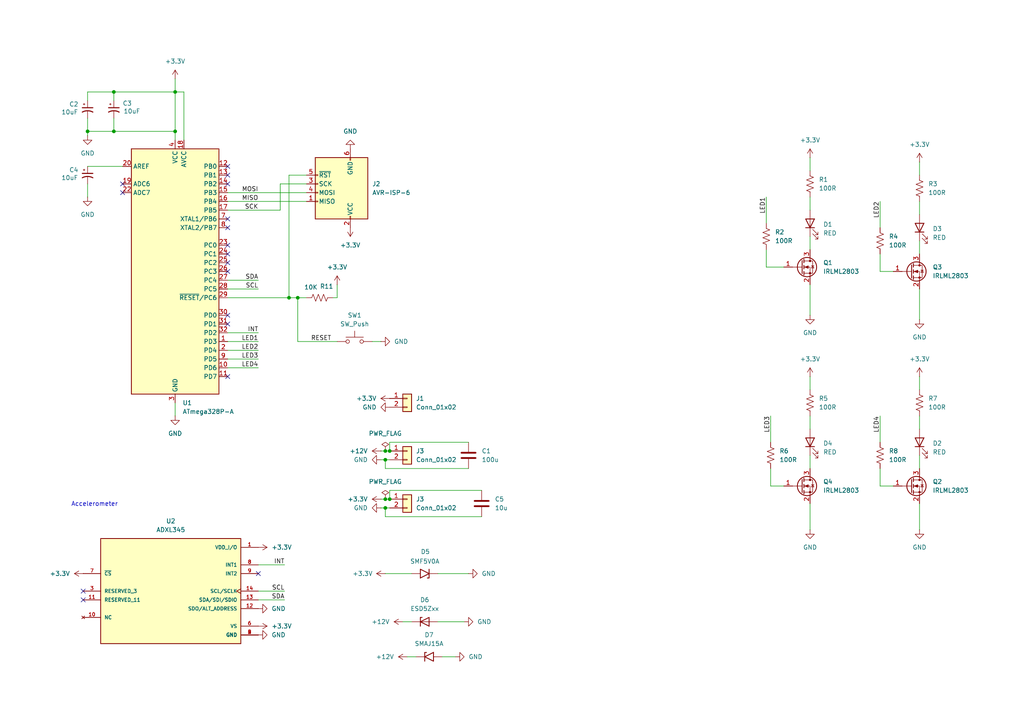
<source format=kicad_sch>
(kicad_sch (version 20250114) (generator "eeschema") (generator_version "9.0")
  (paper "A4")
  (lib_symbols
    (symbol "ADXL345:ADXL345" (pin_names (offset 1.016))
      (property "Reference" "U" (at -20.32 15.748 0))
      (property "Value" "ADXL345" (at -20.32 -17.78 0))
      (symbol "ADXL345_0_0"
        (rectangle (start -20.32 -15.24) (end 20.32 15.24) (stroke (width 0.254)) (fill (type background)))
        (pin input line (at -25.4 5.08 0) (length 5.08) (name "~{CS}") (number "7"))
        (pin passive line (at -25.4 0 0) (length 5.08) (name "RESERVED_3") (number "3"))
        (pin passive line (at -25.4 -2.54 0) (length 5.08) (name "RESERVED_11") (number "11"))
        (pin no_connect line (at -25.4 -7.62 0) (length 5.08) (name "NC") (number "10"))
        (pin power_in line (at 25.4 12.7 180) (length 5.08) (name "VDD_I/O") (number "1"))
        (pin output line (at 25.4 7.62 180) (length 5.08) (name "INT1") (number "8"))
        (pin output line (at 25.4 5.08 180) (length 5.08) (name "INT2") (number "9"))
        (pin bidirectional clock (at 25.4 0 180) (length 5.08) (name "SCL/SCLK") (number "14"))
        (pin bidirectional line (at 25.4 -2.54 180) (length 5.08) (name "SDA/SDI/SDIO") (number "13"))
        (pin output line (at 25.4 -5.08 180) (length 5.08) (name "SDO/ALT_ADDRESS") (number "12"))
        (pin power_in line (at 25.4 -10.16 180) (length 5.08) (name "VS") (number "6"))
        (pin power_in line (at 25.4 -12.7 180) (length 5.08) (name "GND") (number "2"))
        (pin power_in line (at 25.4 -12.7 180) (length 5.08) (name "GND") (number "4"))
        (pin power_in line (at 25.4 -12.7 180) (length 5.08) (name "GND") (number "5"))
      )
    )
    (symbol "Connector:AVR-ISP-6" (pin_names (offset 1.016))
      (property "Reference" "J" (at -6.35 11.43 0))
      (property "Value" "AVR-ISP-6" (at 0 11.43 0))
      (symbol "AVR-ISP-6_0_1"
        (rectangle (start -2.667 10.16) (end -2.413 9.398))
        (rectangle (start -2.667 -6.858) (end -2.413 -7.62))
        (rectangle (start 7.62 10.16) (end -7.62 -7.62) (stroke (width 0.254)) (fill (type background)))
        (rectangle (start 7.62 5.207) (end 6.858 4.953))
        (rectangle (start 7.62 2.667) (end 6.858 2.413))
        (rectangle (start 7.62 0.127) (end 6.858 -0.127))
        (rectangle (start 7.62 -2.413) (end 6.858 -2.667))
      )
      (symbol "AVR-ISP-6_1_1"
        (pin passive line (at -2.54 12.7 270) (length 2.54) (name "VCC") (number "2"))
        (pin passive line (at -2.54 -10.16 90) (length 2.54) (name "GND") (number "6"))
        (pin passive line (at 10.16 5.08 180) (length 2.54) (name "MISO") (number "1"))
        (pin passive line (at 10.16 2.54 180) (length 2.54) (name "MOSI") (number "4"))
        (pin passive line (at 10.16 0 180) (length 2.54) (name "SCK") (number "3"))
        (pin passive line (at 10.16 -2.54 180) (length 2.54) (name "~{RST}") (number "5"))
      )
    )
    (symbol "Connector_Generic:Conn_01x02" (pin_names (offset 1.016) (hide yes))
      (property "Reference" "J" (at 0 2.54 0))
      (property "Value" "Conn_01x02" (at 0 -5.08 0))
      (symbol "Conn_01x02_1_1"
        (rectangle (start -1.27 1.27) (end 1.27 -3.81) (stroke (width 0.254)) (fill (type background)))
        (rectangle (start -1.27 0.127) (end 0 -0.127) (stroke (width 0.1524)))
        (rectangle (start -1.27 -2.413) (end 0 -2.667) (stroke (width 0.1524)))
        (pin passive line (at -5.08 0 0) (length 3.81) (name "Pin_1") (number "1"))
        (pin passive line (at -5.08 -2.54 0) (length 3.81) (name "Pin_2") (number "2"))
      )
    )
    (symbol "Device:C" (pin_numbers (hide yes)) (pin_names (offset 0.254))
      (property "Reference" "C" (at 0.635 2.54 0))
      (property "Value" "C" (at 0.635 -2.54 0))
      (symbol "C_0_1"
        (polyline (pts (xy -2.032 0.762) (xy 2.032 0.762)) (stroke (width 0.508)))
        (polyline (pts (xy -2.032 -0.762) (xy 2.032 -0.762)) (stroke (width 0.508)))
      )
      (symbol "C_1_1"
        (pin passive line (at 0 3.81 270) (length 2.794) (name "~") (number "1"))
        (pin passive line (at 0 -3.81 90) (length 2.794) (name "~") (number "2"))
      )
    )
    (symbol "Device:C_Polarized_Small_US" (pin_numbers (hide yes)) (pin_names (offset 0.254) (hide yes))
      (property "Reference" "C" (at 0.254 1.778 0))
      (property "Value" "C_Polarized_Small_US" (at 0.254 -2.032 0))
      (symbol "C_Polarized_Small_US_0_1"
        (polyline (pts (xy -1.524 0.508) (xy 1.524 0.508)) (stroke (width 0.3048)))
        (polyline (pts (xy -1.27 1.524) (xy -0.762 1.524)))
        (polyline (pts (xy -1.016 1.27) (xy -1.016 1.778)))
        (arc (start -1.524 -0.762) (mid 0 -0.3734) (end 1.524 -0.762) (stroke (width 0.3048)))
      )
      (symbol "C_Polarized_Small_US_1_1"
        (pin passive line (at 0 2.54 270) (length 2.032) (name "~") (number "1"))
        (pin passive line (at 0 -2.54 90) (length 2.032) (name "~") (number "2"))
      )
    )
    (symbol "Device:LED" (pin_numbers (hide yes)) (pin_names (offset 1.016) (hide yes))
      (property "Reference" "D" (at 0 2.54 0))
      (property "Value" "LED" (at 0 -2.54 0))
      (symbol "LED_0_1"
        (polyline (pts (xy -3.048 -0.762) (xy -4.572 -2.286) (xy -3.81 -2.286) (xy -4.572 -2.286) (xy -4.572 -1.524)))
        (polyline (pts (xy -1.778 -0.762) (xy -3.302 -2.286) (xy -2.54 -2.286) (xy -3.302 -2.286) (xy -3.302 -1.524)))
        (polyline (pts (xy -1.27 0) (xy 1.27 0)))
        (polyline (pts (xy -1.27 -1.27) (xy -1.27 1.27)) (stroke (width 0.254)))
        (polyline (pts (xy 1.27 -1.27) (xy 1.27 1.27) (xy -1.27 0) (xy 1.27 -1.27)) (stroke (width 0.254)))
      )
      (symbol "LED_1_1"
        (pin passive line (at -3.81 0 0) (length 2.54) (name "K") (number "1"))
        (pin passive line (at 3.81 0 180) (length 2.54) (name "A") (number "2"))
      )
    )
    (symbol "Device:R_US" (pin_numbers (hide yes)) (pin_names (offset 0))
      (property "Reference" "R" (at 2.54 0 90))
      (property "Value" "R_US" (at -2.54 0 90))
      (symbol "R_US_0_1"
        (polyline (pts (xy 0 2.286) (xy 0 2.54)))
        (polyline (pts (xy 0 2.286) (xy 1.016 1.905) (xy 0 1.524) (xy -1.016 1.143) (xy 0 0.762)))
        (polyline (pts (xy 0 0.762) (xy 1.016 0.381) (xy 0 0) (xy -1.016 -0.381) (xy 0 -0.762)))
        (polyline (pts (xy 0 -0.762) (xy 1.016 -1.143) (xy 0 -1.524) (xy -1.016 -1.905) (xy 0 -2.286)))
        (polyline (pts (xy 0 -2.286) (xy 0 -2.54)))
      )
      (symbol "R_US_1_1"
        (pin passive line (at 0 3.81 270) (length 1.27) (name "~") (number "1"))
        (pin passive line (at 0 -3.81 90) (length 1.27) (name "~") (number "2"))
      )
    )
    (symbol "Diode:ESD5Zxx" (pin_numbers (hide yes)) (pin_names (hide yes))
      (property "Reference" "D" (at 0 2.54 0))
      (property "Value" "ESD5Zxx" (at 0 -2.54 0))
      (symbol "ESD5Zxx_0_1"
        (polyline (pts (xy -1.27 -1.27) (xy -1.27 1.27) (xy -0.762 1.27)) (stroke (width 0.254)))
        (polyline (pts (xy 1.27 0) (xy -1.27 0)))
        (polyline (pts (xy 1.27 -1.27) (xy 1.27 1.27) (xy -1.27 0) (xy 1.27 -1.27)) (stroke (width 0.254)))
      )
      (symbol "ESD5Zxx_1_1"
        (pin passive line (at -3.81 0 0) (length 2.54) (name "K") (number "1"))
        (pin passive line (at 3.81 0 180) (length 2.54) (name "A") (number "2"))
      )
    )
    (symbol "Diode:SMAJ15A" (pin_numbers (hide yes)) (pin_names (offset 1.016) (hide yes))
      (property "Reference" "D" (at 0 2.54 0))
      (property "Value" "SMAJ15A" (at 0 -2.54 0))
      (symbol "SMAJ15A_0_1"
        (polyline (pts (xy -0.762 1.27) (xy -1.27 1.27) (xy -1.27 -1.27)) (stroke (width 0.254)))
        (polyline (pts (xy 1.27 1.27) (xy 1.27 -1.27) (xy -1.27 0) (xy 1.27 1.27)) (stroke (width 0.254)))
      )
      (symbol "SMAJ15A_1_1"
        (pin passive line (at -3.81 0 0) (length 2.54) (name "A1") (number "1"))
        (pin passive line (at 3.81 0 180) (length 2.54) (name "A2") (number "2"))
      )
    )
    (symbol "Diode:SMF5V0A" (pin_numbers (hide yes)) (pin_names (offset 1.016) (hide yes))
      (property "Reference" "D" (at 0 2.54 0))
      (property "Value" "SMF5V0A" (at 0 -2.54 0))
      (symbol "SMF5V0A_0_1"
        (polyline (pts (xy -0.762 1.27) (xy -1.27 1.27) (xy -1.27 -1.27)) (stroke (width 0.254)))
        (polyline (pts (xy 1.27 1.27) (xy 1.27 -1.27) (xy -1.27 0) (xy 1.27 1.27)) (stroke (width 0.254)))
      )
      (symbol "SMF5V0A_1_1"
        (pin passive line (at -3.81 0 0) (length 2.54) (name "A1") (number "1"))
        (pin passive line (at 3.81 0 180) (length 2.54) (name "A2") (number "2"))
      )
    )
    (symbol "MCU_Microchip_ATmega:ATmega328P-A"
      (property "Reference" "U" (at -12.7 36.83 0))
      (property "Value" "ATmega328P-A" (at 2.54 -36.83 0))
      (symbol "ATmega328P-A_0_1"
        (rectangle (start -12.7 -35.56) (end 12.7 35.56) (stroke (width 0.254)) (fill (type background)))
      )
      (symbol "ATmega328P-A_1_1"
        (pin passive line (at -15.24 30.48 0) (length 2.54) (name "AREF") (number "20"))
        (pin input line (at -15.24 25.4 0) (length 2.54) (name "ADC6") (number "19"))
        (pin input line (at -15.24 22.86 0) (length 2.54) (name "ADC7") (number "22"))
        (pin power_in line (at 0 38.1 270) (length 2.54) (name "VCC") (number "4"))
        (pin passive line (at 0 38.1 270) (length 2.54) (hide yes) (name "VCC") (number "6"))
        (pin passive line (at 0 -38.1 90) (length 2.54) (hide yes) (name "GND") (number "21"))
        (pin power_in line (at 0 -38.1 90) (length 2.54) (name "GND") (number "3"))
        (pin passive line (at 0 -38.1 90) (length 2.54) (hide yes) (name "GND") (number "5"))
        (pin power_in line (at 2.54 38.1 270) (length 2.54) (name "AVCC") (number "18"))
        (pin bidirectional line (at 15.24 30.48 180) (length 2.54) (name "PB0") (number "12"))
        (pin bidirectional line (at 15.24 27.94 180) (length 2.54) (name "PB1") (number "13"))
        (pin bidirectional line (at 15.24 25.4 180) (length 2.54) (name "PB2") (number "14"))
        (pin bidirectional line (at 15.24 22.86 180) (length 2.54) (name "PB3") (number "15"))
        (pin bidirectional line (at 15.24 20.32 180) (length 2.54) (name "PB4") (number "16"))
        (pin bidirectional line (at 15.24 17.78 180) (length 2.54) (name "PB5") (number "17"))
        (pin bidirectional line (at 15.24 15.24 180) (length 2.54) (name "XTAL1/PB6") (number "7"))
        (pin bidirectional line (at 15.24 12.7 180) (length 2.54) (name "XTAL2/PB7") (number "8"))
        (pin bidirectional line (at 15.24 7.62 180) (length 2.54) (name "PC0") (number "23"))
        (pin bidirectional line (at 15.24 5.08 180) (length 2.54) (name "PC1") (number "24"))
        (pin bidirectional line (at 15.24 2.54 180) (length 2.54) (name "PC2") (number "25"))
        (pin bidirectional line (at 15.24 0 180) (length 2.54) (name "PC3") (number "26"))
        (pin bidirectional line (at 15.24 -2.54 180) (length 2.54) (name "PC4") (number "27"))
        (pin bidirectional line (at 15.24 -5.08 180) (length 2.54) (name "PC5") (number "28"))
        (pin bidirectional line (at 15.24 -7.62 180) (length 2.54) (name "~{RESET}/PC6") (number "29"))
        (pin bidirectional line (at 15.24 -12.7 180) (length 2.54) (name "PD0") (number "30"))
        (pin bidirectional line (at 15.24 -15.24 180) (length 2.54) (name "PD1") (number "31"))
        (pin bidirectional line (at 15.24 -17.78 180) (length 2.54) (name "PD2") (number "32"))
        (pin bidirectional line (at 15.24 -20.32 180) (length 2.54) (name "PD3") (number "1"))
        (pin bidirectional line (at 15.24 -22.86 180) (length 2.54) (name "PD4") (number "2"))
        (pin bidirectional line (at 15.24 -25.4 180) (length 2.54) (name "PD5") (number "9"))
        (pin bidirectional line (at 15.24 -27.94 180) (length 2.54) (name "PD6") (number "10"))
        (pin bidirectional line (at 15.24 -30.48 180) (length 2.54) (name "PD7") (number "11"))
      )
    )
    (symbol "Switch:SW_Push" (pin_numbers (hide yes)) (pin_names (offset 1.016) (hide yes))
      (property "Reference" "SW" (at 1.27 2.54 0))
      (property "Value" "SW_Push" (at 0 -1.524 0))
      (symbol "SW_Push_0_1"
        (circle (center -2.032 0) (radius 0.508))
        (polyline (pts (xy 0 1.27) (xy 0 3.048)))
        (circle (center 2.032 0) (radius 0.508))
        (polyline (pts (xy 2.54 1.27) (xy -2.54 1.27)))
        (pin passive line (at -5.08 0 0) (length 2.54) (name "1") (number "1"))
        (pin passive line (at 5.08 0 180) (length 2.54) (name "2") (number "2"))
      )
    )
    (symbol "Transistor_FET:IRLML2060" (pin_names (offset 0) (hide yes))
      (property "Reference" "Q" (at 5.08 1.905 0))
      (property "Value" "IRLML2060" (at 5.08 0 0))
      (symbol "IRLML2060_0_1"
        (polyline (pts (xy 0.254 1.905) (xy 0.254 -1.905)) (stroke (width 0.254)))
        (polyline (pts (xy 0.254 0) (xy -2.54 0)))
        (polyline (pts (xy 0.762 2.286) (xy 0.762 1.27)) (stroke (width 0.254)))
        (polyline (pts (xy 0.762 0.508) (xy 0.762 -0.508)) (stroke (width 0.254)))
        (polyline (pts (xy 0.762 -1.27) (xy 0.762 -2.286)) (stroke (width 0.254)))
        (polyline (pts (xy 0.762 -1.778) (xy 3.302 -1.778) (xy 3.302 1.778) (xy 0.762 1.778)))
        (polyline (pts (xy 1.016 0) (xy 2.032 0.381) (xy 2.032 -0.381) (xy 1.016 0)) (fill (type outline)))
        (circle (center 1.651 0) (radius 2.794) (stroke (width 0.254)))
        (polyline (pts (xy 2.54 2.54) (xy 2.54 1.778)))
        (circle (center 2.54 1.778) (radius 0.254) (fill (type outline)))
        (circle (center 2.54 -1.778) (radius 0.254) (fill (type outline)))
        (polyline (pts (xy 2.54 -2.54) (xy 2.54 0) (xy 0.762 0)))
        (polyline (pts (xy 2.921 0.381) (xy 3.683 0.381)))
        (polyline (pts (xy 3.302 0.381) (xy 2.921 -0.254) (xy 3.683 -0.254) (xy 3.302 0.381)))
      )
      (symbol "IRLML2060_1_1"
        (pin input line (at -5.08 0 0) (length 2.54) (name "G") (number "1"))
        (pin passive line (at 2.54 5.08 270) (length 2.54) (name "D") (number "3"))
        (pin passive line (at 2.54 -5.08 90) (length 2.54) (name "S") (number "2"))
      )
    )
    (symbol "power:+12V" (power) (pin_numbers (hide yes)) (pin_names (offset 0) (hide yes))
      (property "Value" "+12V" (at 0 3.556 0))
      (symbol "+12V_0_1"
        (polyline (pts (xy -0.762 1.27) (xy 0 2.54)))
        (polyline (pts (xy 0 2.54) (xy 0.762 1.27)))
        (polyline (pts (xy 0 0) (xy 0 2.54)))
      )
      (symbol "+12V_1_1"
        (pin power_in line (at 0 0 90) (length 0) (name "~") (number "1"))
      )
    )
    (symbol "power:+3.3V" (power) (pin_numbers (hide yes)) (pin_names (offset 0) (hide yes))
      (property "Value" "+3.3V" (at 0 3.556 0))
      (symbol "+3.3V_0_1"
        (polyline (pts (xy -0.762 1.27) (xy 0 2.54)))
        (polyline (pts (xy 0 2.54) (xy 0.762 1.27)))
        (polyline (pts (xy 0 0) (xy 0 2.54)))
      )
      (symbol "+3.3V_1_1"
        (pin power_in line (at 0 0 90) (length 0) (name "~") (number "1"))
      )
    )
    (symbol "power:GND" (power) (pin_numbers (hide yes)) (pin_names (offset 0) (hide yes))
      (property "Value" "GND" (at 0 -3.81 0))
      (symbol "GND_0_1"
        (polyline (pts (xy 0 0) (xy 0 -1.27) (xy 1.27 -1.27) (xy 0 -2.54) (xy -1.27 -1.27) (xy 0 -1.27)))
      )
      (symbol "GND_1_1"
        (pin power_in line (at 0 0 270) (length 0) (name "~") (number "1"))
      )
    )
    (symbol "power:PWR_FLAG" (power) (pin_numbers (hide yes)) (pin_names (offset 0) (hide yes))
      (property "Value" "PWR_FLAG" (at 0 3.81 0))
      (symbol "PWR_FLAG_0_0"
        (pin power_out line (at 0 0 90) (length 0) (name "~") (number "1"))
      )
      (symbol "PWR_FLAG_0_1"
        (polyline (pts (xy 0 0) (xy 0 1.27) (xy -1.016 1.905) (xy 0 2.54) (xy 1.016 1.905) (xy 0 1.27)))
      )
    )
  )
  (text "Accelerometer" (at 27.432 146.304 0) (effects (font (size 1.27 1.27))))
  (junction (at 33.02 38.1))
  (junction (at 111.76 130.81))
  (junction (at 33.02 26.67))
  (junction (at 25.4 38.1))
  (junction (at 86.36 86.36))
  (junction (at 111.76 144.78))
  (junction (at 113.03 130.81))
  (junction (at 50.8 26.67))
  (junction (at 113.03 144.78))
  (junction (at 111.76 147.32))
  (junction (at 83.82 86.36))
  (junction (at 111.76 133.35))
  (junction (at 50.8 38.1))
  (no_connect (at 66.04 50.8))
  (no_connect (at 35.56 53.34))
  (no_connect (at 66.04 93.98))
  (no_connect (at 35.56 55.88))
  (no_connect (at 24.13 171.45))
  (no_connect (at 24.13 173.99))
  (no_connect (at 66.04 91.44))
  (no_connect (at 66.04 109.22))
  (no_connect (at 66.04 63.5))
  (no_connect (at 66.04 76.2))
  (no_connect (at 66.04 48.26))
  (no_connect (at 66.04 53.34))
  (no_connect (at 74.93 166.37))
  (no_connect (at 66.04 71.12))
  (no_connect (at 66.04 73.66))
  (no_connect (at 66.04 78.74))
  (no_connect (at 66.04 66.04))
  (wire (pts (xy 111.76 147.32) (xy 111.76 149.86)))
  (wire (pts (xy 110.49 130.81) (xy 111.76 130.81)))
  (wire (pts (xy 113.03 130.81) (xy 113.03 128.27)))
  (wire (pts (xy 222.25 72.39) (xy 222.25 77.47)))
  (wire (pts (xy 223.52 140.97) (xy 227.33 140.97)))
  (wire (pts (xy 234.95 82.55) (xy 234.95 91.44)))
  (wire (pts (xy 111.76 144.78) (xy 113.03 144.78)))
  (wire (pts (xy 110.49 144.78) (xy 111.76 144.78)))
  (wire (pts (xy 113.03 144.78) (xy 113.03 142.24)))
  (wire (pts (xy 50.8 26.67) (xy 53.34 26.67)))
  (wire (pts (xy 111.76 166.37) (xy 119.38 166.37)))
  (wire (pts (xy 234.95 132.08) (xy 234.95 135.89)))
  (wire (pts (xy 255.27 140.97) (xy 259.08 140.97)))
  (wire (pts (xy 25.4 48.26) (xy 35.56 48.26)))
  (wire (pts (xy 111.76 135.89) (xy 111.76 133.35)))
  (wire (pts (xy 81.28 53.34) (xy 88.9 53.34)))
  (wire (pts (xy 234.95 109.22) (xy 234.95 113.03)))
  (wire (pts (xy 25.4 39.37) (xy 25.4 38.1)))
  (wire (pts (xy 66.04 81.28) (xy 74.93 81.28)))
  (wire (pts (xy 53.34 26.67) (xy 53.34 40.64)))
  (wire (pts (xy 135.89 135.89) (xy 111.76 135.89)))
  (wire (pts (xy 83.82 86.36) (xy 86.36 86.36)))
  (wire (pts (xy 74.93 173.99) (xy 82.55 173.99)))
  (wire (pts (xy 127 166.37) (xy 135.89 166.37)))
  (wire (pts (xy 66.04 55.88) (xy 88.9 55.88)))
  (wire (pts (xy 66.04 60.96) (xy 81.28 60.96)))
  (wire (pts (xy 266.7 69.85) (xy 266.7 73.66)))
  (wire (pts (xy 255.27 78.74) (xy 259.08 78.74)))
  (wire (pts (xy 50.8 116.84) (xy 50.8 120.65)))
  (wire (pts (xy 83.82 50.8) (xy 83.82 86.36)))
  (wire (pts (xy 113.03 142.24) (xy 139.7 142.24)))
  (wire (pts (xy 234.95 45.72) (xy 234.95 49.53)))
  (wire (pts (xy 266.7 109.22) (xy 266.7 113.03)))
  (wire (pts (xy 50.8 26.67) (xy 50.8 38.1)))
  (wire (pts (xy 128.27 190.5) (xy 132.08 190.5)))
  (wire (pts (xy 111.76 130.81) (xy 113.03 130.81)))
  (wire (pts (xy 110.49 133.35) (xy 111.76 133.35)))
  (wire (pts (xy 74.93 171.45) (xy 82.55 171.45)))
  (wire (pts (xy 33.02 26.67) (xy 25.4 26.67)))
  (wire (pts (xy 234.95 120.65) (xy 234.95 124.46)))
  (wire (pts (xy 255.27 58.42) (xy 255.27 66.04)))
  (wire (pts (xy 266.7 132.08) (xy 266.7 135.89)))
  (wire (pts (xy 107.95 99.06) (xy 110.49 99.06)))
  (wire (pts (xy 118.11 190.5) (xy 120.65 190.5)))
  (wire (pts (xy 33.02 26.67) (xy 50.8 26.67)))
  (wire (pts (xy 111.76 149.86) (xy 139.7 149.86)))
  (wire (pts (xy 255.27 135.89) (xy 255.27 140.97)))
  (wire (pts (xy 266.7 46.99) (xy 266.7 50.8)))
  (wire (pts (xy 66.04 83.82) (xy 74.93 83.82)))
  (wire (pts (xy 66.04 106.68) (xy 74.93 106.68)))
  (wire (pts (xy 74.93 163.83) (xy 82.55 163.83)))
  (wire (pts (xy 111.76 147.32) (xy 113.03 147.32)))
  (wire (pts (xy 222.25 57.15) (xy 222.25 64.77)))
  (wire (pts (xy 255.27 120.65) (xy 255.27 128.27)))
  (wire (pts (xy 222.25 77.47) (xy 227.33 77.47)))
  (wire (pts (xy 266.7 83.82) (xy 266.7 92.71)))
  (wire (pts (xy 113.03 128.27) (xy 135.89 128.27)))
  (wire (pts (xy 66.04 101.6) (xy 74.93 101.6)))
  (wire (pts (xy 66.04 86.36) (xy 83.82 86.36)))
  (wire (pts (xy 50.8 38.1) (xy 50.8 40.64)))
  (wire (pts (xy 97.79 82.55) (xy 97.79 86.36)))
  (wire (pts (xy 88.9 50.8) (xy 83.82 50.8)))
  (wire (pts (xy 33.02 38.1) (xy 50.8 38.1)))
  (wire (pts (xy 97.79 86.36) (xy 96.52 86.36)))
  (wire (pts (xy 66.04 58.42) (xy 88.9 58.42)))
  (wire (pts (xy 33.02 26.67) (xy 33.02 29.21)))
  (wire (pts (xy 86.36 99.06) (xy 97.79 99.06)))
  (wire (pts (xy 234.95 68.58) (xy 234.95 72.39)))
  (wire (pts (xy 66.04 99.06) (xy 74.93 99.06)))
  (wire (pts (xy 266.7 120.65) (xy 266.7 124.46)))
  (wire (pts (xy 111.76 133.35) (xy 113.03 133.35)))
  (wire (pts (xy 25.4 34.29) (xy 25.4 38.1)))
  (wire (pts (xy 266.7 58.42) (xy 266.7 62.23)))
  (wire (pts (xy 66.04 96.52) (xy 74.93 96.52)))
  (wire (pts (xy 50.8 22.86) (xy 50.8 26.67)))
  (wire (pts (xy 255.27 78.74) (xy 255.27 73.66)))
  (wire (pts (xy 81.28 53.34) (xy 81.28 60.96)))
  (wire (pts (xy 223.52 120.65) (xy 223.52 128.27)))
  (wire (pts (xy 234.95 146.05) (xy 234.95 153.67)))
  (wire (pts (xy 223.52 135.89) (xy 223.52 140.97)))
  (wire (pts (xy 86.36 86.36) (xy 88.9 86.36)))
  (wire (pts (xy 25.4 26.67) (xy 25.4 29.21)))
  (wire (pts (xy 25.4 53.34) (xy 25.4 57.15)))
  (wire (pts (xy 116.84 180.34) (xy 119.38 180.34)))
  (wire (pts (xy 66.04 104.14) (xy 74.93 104.14)))
  (wire (pts (xy 266.7 146.05) (xy 266.7 153.67)))
  (wire (pts (xy 86.36 86.36) (xy 86.36 99.06)))
  (wire (pts (xy 234.95 57.15) (xy 234.95 60.96)))
  (wire (pts (xy 127 180.34) (xy 134.62 180.34)))
  (wire (pts (xy 33.02 34.29) (xy 33.02 38.1)))
  (wire (pts (xy 25.4 38.1) (xy 33.02 38.1)))
  (wire (pts (xy 110.49 147.32) (xy 111.76 147.32)))
  (label "RESET" (at 90.17 99.06 0))
  (label "SCK" (at 74.93 60.96 180))
  (label "SDA" (at 74.93 81.28 180))
  (label "LED4" (at 74.93 106.68 180))
  (label "INT" (at 74.93 96.52 180))
  (label "MISO" (at 74.93 58.42 180))
  (label "LED2" (at 255.27 58.42 270))
  (label "LED1" (at 74.93 99.06 180))
  (label "LED2" (at 74.93 101.6 180))
  (label "LED4" (at 255.27 120.65 270))
  (label "LED3" (at 74.93 104.14 180))
  (label "LED1" (at 222.25 57.15 270))
  (label "SCL" (at 74.93 83.82 180))
  (label "LED3" (at 223.52 120.65 270))
  (label "INT" (at 82.55 163.83 180))
  (label "SDA" (at 82.55 173.99 180))
  (label "SCL" (at 82.55 171.45 180))
  (label "MOSI" (at 74.93 55.88 180))
  (symbol (lib_id "Diode:SMAJ15A") (at 124.46 190.5 0) (unit 1)
    (property "Reference" "D7" (at 124.46 184.15 0))
    (property "Value" "SMAJ15A" (at 124.46 186.69 0))
    (property "Footprint" "Diode_SMD:D_SMA" (effects (hide yes)))
    (property "Datasheet" "https://www.littelfuse.com/media?resourcetype=datasheets&itemid=75e32973-b177-4ee3-a0ff-cedaf1abdb93&filename=smaj-datasheet" (effects (hide yes)))
    (property "Description" "400W unidirectional Transient Voltage Suppressor, 15.0Vr, SMA(DO-214AC)" (effects (hide yes)))
  )
  (symbol (lib_id "power:+3.3V") (at 113.03 115.57 90) (unit 1)
    (property "Reference" "#PWR01" (effects (hide yes)))
    (property "Value" "+3.3V" (at 109.22 115.5699 90) (effects (justify left)))
    (property "Description" "Power symbol creates a global label with name \"+3.3V\"" (effects (hide yes)))
  )
  (symbol (lib_id "power:GND") (at 266.7 153.67 0) (unit 1)
    (property "Reference" "#PWR018" (effects (hide yes)))
    (property "Value" "GND" (at 266.7 158.75 0))
    (property "Description" "Power symbol creates a global label with name \"GND\" , ground" (effects (hide yes)))
  )
  (symbol (lib_id "power:GND") (at 110.49 133.35 270) (unit 1)
    (property "Reference" "#PWR029" (effects (hide yes)))
    (property "Value" "GND" (at 106.68 133.3499 90) (effects (justify right)))
    (property "Description" "Power symbol creates a global label with name \"GND\" , ground" (effects (hide yes)))
  )
  (symbol (lib_id "power:PWR_FLAG") (at 111.76 144.78 0) (unit 1)
    (property "Reference" "#FLG02" (effects (hide yes)))
    (property "Value" "PWR_FLAG" (at 111.76 139.7 0))
    (property "Description" "Special symbol for telling ERC where power comes from" (effects (hide yes)))
  )
  (symbol (lib_id "Device:R_US") (at 92.71 86.36 90) (unit 1)
    (property "Reference" "R11" (at 94.742 83.058 90))
    (property "Value" "10K" (at 90.17 83.312 90))
    (property "Description" "Resistor, US symbol" (effects (hide yes)))
  )
  (symbol (lib_id "Device:C") (at 135.89 132.08 0) (unit 1)
    (property "Reference" "C1" (at 139.7 130.8099 0) (effects (justify left)))
    (property "Value" "100u" (at 139.7 133.3499 0) (effects (justify left)))
    (property "Description" "Unpolarized capacitor" (effects (hide yes)))
  )
  (symbol (lib_id "power:GND") (at 110.49 99.06 90) (unit 1)
    (property "Reference" "#PWR022" (effects (hide yes)))
    (property "Value" "GND" (at 114.3 99.0599 90) (effects (justify right)))
    (property "Description" "Power symbol creates a global label with name \"GND\" , ground" (effects (hide yes)))
  )
  (symbol (lib_id "Diode:ESD5Zxx") (at 123.19 180.34 0) (unit 1)
    (property "Reference" "D6" (at 123.19 173.99 0))
    (property "Value" "ESD5Zxx" (at 123.19 176.53 0))
    (property "Footprint" "Diode_SMD:D_SOD-523" (effects (hide yes)))
    (property "Datasheet" "https://www.onsemi.com/pdf/datasheet/esd5z2.5t1-d.pdf" (effects (hide yes)))
    (property "Description" "ESD Protection Diode, SOD-523" (effects (hide yes)))
  )
  (symbol (lib_id "power:GND") (at 101.6 43.18 180) (unit 1)
    (property "Reference" "#PWR015" (effects (hide yes)))
    (property "Value" "GND" (at 101.6 38.1 0))
    (property "Description" "Power symbol creates a global label with name \"GND\" , ground" (effects (hide yes)))
  )
  (symbol (lib_id "power:+3.3V") (at 234.95 45.72 0) (unit 1)
    (property "Reference" "#PWR06" (effects (hide yes)))
    (property "Value" "+3.3V" (at 234.95 40.64 0))
    (property "Description" "Power symbol creates a global label with name \"+3.3V\"" (effects (hide yes)))
  )
  (symbol (lib_id "power:GND") (at 135.89 166.37 90) (unit 1)
    (property "Reference" "#PWR024" (effects (hide yes)))
    (property "Value" "GND" (at 141.732 166.37 90))
    (property "Description" "Power symbol creates a global label with name \"GND\" , ground" (effects (hide yes)))
  )
  (symbol (lib_id "Device:R_US") (at 223.52 132.08 0) (unit 1)
    (property "Reference" "R6" (at 226.06 130.8099 0) (effects (justify left)))
    (property "Value" "100R" (at 226.06 133.3499 0) (effects (justify left)))
    (property "Description" "Resistor, US symbol" (effects (hide yes)))
  )
  (symbol (lib_id "Device:C") (at 139.7 146.05 0) (unit 1)
    (property "Reference" "C5" (at 143.51 144.7799 0) (effects (justify left)))
    (property "Value" "10u" (at 143.51 147.3199 0) (effects (justify left)))
    (property "Description" "Unpolarized capacitor" (effects (hide yes)))
  )
  (symbol (lib_id "power:GND") (at 50.8 120.65 0) (unit 1)
    (property "Reference" "#PWR02" (effects (hide yes)))
    (property "Value" "GND" (at 50.8 125.73 0))
    (property "Description" "Power symbol creates a global label with name \"GND\" , ground" (effects (hide yes)))
  )
  (symbol (lib_id "ADXL345:ADXL345") (at 49.53 171.45 0) (unit 1)
    (property "Reference" "U2" (at 49.53 151.13 0))
    (property "Value" "ADXL345" (at 49.53 153.67 0))
    (property "Footprint" "Package_CSP:Analog_LFCSP-8-1EP_3x3mm_P0.5mm_EP1.53x1.85mm" (effects (hide yes)))
    (property "MF" "Analog Devices, Inc." (effects (hide yes)))
    (property "SNAPEDA_PACKAGE_ID" "105924" (effects (hide yes)))
    (property "MAXIMUM_PACKAGE_HEIGHT" "1 mm" (effects (hide yes)))
    (property "Price" "None" (effects (hide yes)))
    (property "Package" "LGA -14 Analog Devices" (effects (hide yes)))
    (property "Check_prices" "https://www.snapeda.com/parts/ADXL345/Analog+Devices/view-part/?ref=eda" (effects (hide yes)))
    (property "STANDARD" "IPC 7351B" (effects (hide yes)))
    (property "PARTREV" "B" (effects (hide yes)))
    (property "SnapEDA_Link" "https://www.snapeda.com/parts/ADXL345/Analog+Devices/view-part/?ref=snap" (effects (hide yes)))
    (property "MP" "ADXL345" (effects (hide yes)))
    (property "Description_1" "Accelerometer X, Y, Z Axis ±2g, 4g, 8g, 16g 0.05Hz ~ 1.6kHz 14-LGA (3x5)" (effects (hide yes)))
    (property "MANUFACTURER" "Analog Devices" (effects (hide yes)))
    (property "Availability" "In Stock" (effects (hide yes)))
    (property "SNAPEDA_PN" "ADXL345" (effects (hide yes)))
  )
  (symbol (lib_id "Transistor_FET:IRLML2060") (at 264.16 140.97 0) (unit 1)
    (property "Reference" "Q2" (at 270.51 139.6999 0) (effects (justify left)))
    (property "Value" "IRLML2803" (at 270.51 142.2399 0) (effects (justify left)))
    (property "Footprint" "Package_TO_SOT_SMD:SOT-23" (effects (hide yes)))
    (property "Datasheet" "https://www.infineon.com/dgdl/irlml2060pbf.pdf?fileId=5546d462533600a401535664b7fb25ee" (effects (hide yes)))
    (property "Description" "1.2A Id, 60V Vds, 480mOhm Rds, N-Channel HEXFET Power MOSFET, SOT-23" (effects (hide yes)))
  )
  (symbol (lib_id "Device:C_Polarized_Small_US") (at 25.4 50.8 0) (unit 1)
    (property "Reference" "C4" (at 20.066 49.276 0) (effects (justify left)))
    (property "Value" "10uF" (at 17.78 51.562 0) (effects (justify left)))
    (property "Description" "Polarized capacitor, small US symbol" (effects (hide yes)))
  )
  (symbol (lib_id "Connector_Generic:Conn_01x02") (at 118.11 115.57 0) (unit 1)
    (property "Reference" "J1" (at 120.65 115.5699 0) (effects (justify left)))
    (property "Value" "Conn_01x02" (at 120.65 118.1099 0) (effects (justify left)))
    (property "Description" "Generic connector, single row, 01x02, script generated (kicad-library-utils/schlib/autogen/connector/)" (effects (hide yes)))
  )
  (symbol (lib_id "Device:R_US") (at 255.27 69.85 0) (unit 1)
    (property "Reference" "R4" (at 257.81 68.5799 0) (effects (justify left)))
    (property "Value" "100R" (at 257.81 71.1199 0) (effects (justify left)))
    (property "Description" "Resistor, US symbol" (effects (hide yes)))
  )
  (symbol (lib_id "Connector:AVR-ISP-6") (at 99.06 53.34 180) (unit 1)
    (property "Reference" "J2" (at 107.95 53.3399 0) (effects (justify right)))
    (property "Value" "AVR-ISP-6" (at 107.95 55.8799 0) (effects (justify right)))
    (property "Description" "Atmel 6-pin ISP connector" (effects (hide yes)))
  )
  (symbol (lib_id "power:PWR_FLAG") (at 111.76 130.81 0) (unit 1)
    (property "Reference" "#FLG01" (effects (hide yes)))
    (property "Value" "PWR_FLAG" (at 111.76 125.73 0))
    (property "Description" "Special symbol for telling ERC where power comes from" (effects (hide yes)))
  )
  (symbol (lib_id "power:+12V") (at 118.11 190.5 90) (unit 1)
    (property "Reference" "#PWR033" (effects (hide yes)))
    (property "Value" "+12V" (at 114.3 190.4999 90) (effects (justify left)))
    (property "Description" "Power symbol creates a global label with name \"+12V\"" (effects (hide yes)))
  )
  (symbol (lib_id "power:GND") (at 25.4 39.37 0) (unit 1)
    (property "Reference" "#PWR010" (effects (hide yes)))
    (property "Value" "GND" (at 25.4 44.45 0))
    (property "Description" "Power symbol creates a global label with name \"GND\" , ground" (effects (hide yes)))
  )
  (symbol (lib_id "Device:LED") (at 234.95 64.77 90) (unit 1)
    (property "Reference" "D1" (at 238.76 65.0874 90) (effects (justify right)))
    (property "Value" "RED" (at 238.76 67.6274 90) (effects (justify right)))
    (property "Description" "Light emitting diode" (effects (hide yes)))
    (property "Sim.Pins" "1=K 2=A" (effects (hide yes)))
  )
  (symbol (lib_id "power:+3.3V") (at 24.13 166.37 90) (unit 1)
    (property "Reference" "#PWR08" (effects (hide yes)))
    (property "Value" "+3.3V" (at 20.32 166.3699 90) (effects (justify left)))
    (property "Description" "Power symbol creates a global label with name \"+3.3V\"" (effects (hide yes)))
  )
  (symbol (lib_id "Connector_Generic:Conn_01x02") (at 118.11 130.81 0) (unit 1)
    (property "Reference" "J3" (at 120.65 130.8099 0) (effects (justify left)))
    (property "Value" "Conn_01x02" (at 120.65 133.3499 0) (effects (justify left)))
    (property "Description" "Generic connector, single row, 01x02, script generated (kicad-library-utils/schlib/autogen/connector/)" (effects (hide yes)))
  )
  (symbol (lib_id "Device:R_US") (at 234.95 53.34 0) (unit 1)
    (property "Reference" "R1" (at 237.49 52.0699 0) (effects (justify left)))
    (property "Value" "100R" (at 237.49 54.6099 0) (effects (justify left)))
    (property "Description" "Resistor, US symbol" (effects (hide yes)))
  )
  (symbol (lib_id "power:+3.3V") (at 234.95 109.22 0) (unit 1)
    (property "Reference" "#PWR020" (effects (hide yes)))
    (property "Value" "+3.3V" (at 234.95 104.14 0))
    (property "Description" "Power symbol creates a global label with name \"+3.3V\"" (effects (hide yes)))
  )
  (symbol (lib_id "power:GND") (at 266.7 92.71 0) (unit 1)
    (property "Reference" "#PWR019" (effects (hide yes)))
    (property "Value" "GND" (at 266.7 97.79 0))
    (property "Description" "Power symbol creates a global label with name \"GND\" , ground" (effects (hide yes)))
  )
  (symbol (lib_id "power:+3.3V") (at 266.7 109.22 0) (unit 1)
    (property "Reference" "#PWR07" (effects (hide yes)))
    (property "Value" "+3.3V" (at 266.7 104.14 0))
    (property "Description" "Power symbol creates a global label with name \"+3.3V\"" (effects (hide yes)))
  )
  (symbol (lib_id "Device:R_US") (at 266.7 116.84 0) (unit 1)
    (property "Reference" "R7" (at 269.24 115.5699 0) (effects (justify left)))
    (property "Value" "100R" (at 269.24 118.1099 0) (effects (justify left)))
    (property "Description" "Resistor, US symbol" (effects (hide yes)))
  )
  (symbol (lib_id "power:GND") (at 74.93 176.53 90) (unit 1)
    (property "Reference" "#PWR012" (effects (hide yes)))
    (property "Value" "GND" (at 78.74 176.5299 90) (effects (justify right)))
    (property "Description" "Power symbol creates a global label with name \"GND\" , ground" (effects (hide yes)))
  )
  (symbol (lib_id "Switch:SW_Push") (at 102.87 99.06 0) (unit 1)
    (property "Reference" "SW1" (at 102.87 91.44 0))
    (property "Value" "SW_Push" (at 102.87 93.98 0))
    (property "Description" "Push button switch, generic, two pins" (effects (hide yes)))
  )
  (symbol (lib_id "Device:LED") (at 266.7 128.27 90) (unit 1)
    (property "Reference" "D2" (at 270.51 128.5874 90) (effects (justify right)))
    (property "Value" "RED" (at 270.51 131.1274 90) (effects (justify right)))
    (property "Description" "Light emitting diode" (effects (hide yes)))
    (property "Sim.Pins" "1=K 2=A" (effects (hide yes)))
  )
  (symbol (lib_id "power:GND") (at 132.08 190.5 90) (unit 1)
    (property "Reference" "#PWR034" (effects (hide yes)))
    (property "Value" "GND" (at 135.89 190.4999 90) (effects (justify right)))
    (property "Description" "Power symbol creates a global label with name \"GND\" , ground" (effects (hide yes)))
  )
  (symbol (lib_id "Diode:SMF5V0A") (at 123.19 166.37 180) (unit 1)
    (property "Reference" "D5" (at 124.714 160.02 0) (effects (justify left)))
    (property "Value" "SMF5V0A" (at 127.508 162.814 0) (effects (justify left)))
    (property "Footprint" "Diode_SMD:D_SMF" (effects (hide yes)))
    (property "Datasheet" "https://www.vishay.com/doc?85881" (effects (hide yes)))
    (property "Description" "200W unidirectional Transil Transient Voltage Suppressor, 5Vrwm, SMF" (effects (hide yes)))
  )
  (symbol (lib_id "power:GND") (at 234.95 153.67 0) (unit 1)
    (property "Reference" "#PWR021" (effects (hide yes)))
    (property "Value" "GND" (at 234.95 158.75 0))
    (property "Description" "Power symbol creates a global label with name \"GND\" , ground" (effects (hide yes)))
  )
  (symbol (lib_id "power:GND") (at 110.49 147.32 270) (unit 1)
    (property "Reference" "#PWR031" (effects (hide yes)))
    (property "Value" "GND" (at 106.68 147.3199 90) (effects (justify right)))
    (property "Description" "Power symbol creates a global label with name \"GND\" , ground" (effects (hide yes)))
  )
  (symbol (lib_id "Device:C_Polarized_Small_US") (at 33.02 31.75 0) (unit 1)
    (property "Reference" "C3" (at 35.56 29.972 0) (effects (justify left)))
    (property "Value" "10uF" (at 35.814 32.258 0) (effects (justify left)))
    (property "Description" "Polarized capacitor, small US symbol" (effects (hide yes)))
  )
  (symbol (lib_id "Device:R_US") (at 234.95 116.84 0) (unit 1)
    (property "Reference" "R5" (at 237.49 115.5699 0) (effects (justify left)))
    (property "Value" "100R" (at 237.49 118.1099 0) (effects (justify left)))
    (property "Description" "Resistor, US symbol" (effects (hide yes)))
  )
  (symbol (lib_id "Device:LED") (at 266.7 66.04 90) (unit 1)
    (property "Reference" "D3" (at 270.51 66.3574 90) (effects (justify right)))
    (property "Value" "RED" (at 270.51 68.8974 90) (effects (justify right)))
    (property "Description" "Light emitting diode" (effects (hide yes)))
    (property "Sim.Pins" "1=K 2=A" (effects (hide yes)))
  )
  (symbol (lib_id "power:+3.3V") (at 111.76 166.37 90) (unit 1)
    (property "Reference" "#PWR025" (effects (hide yes)))
    (property "Value" "+3.3V" (at 105.156 166.37 90))
    (property "Description" "Power symbol creates a global label with name \"+3.3V\"" (effects (hide yes)))
  )
  (symbol (lib_id "Connector_Generic:Conn_01x02") (at 118.11 144.78 0) (unit 1)
    (property "Reference" "J3" (at 120.65 144.7799 0) (effects (justify left)))
    (property "Value" "Conn_01x02" (at 120.65 147.3199 0) (effects (justify left)))
    (property "Description" "Generic connector, single row, 01x02, script generated (kicad-library-utils/schlib/autogen/connector/)" (effects (hide yes)))
  )
  (symbol (lib_id "Device:LED") (at 234.95 128.27 90) (unit 1)
    (property "Reference" "D4" (at 238.76 128.5874 90) (effects (justify right)))
    (property "Value" "RED" (at 238.76 131.1274 90) (effects (justify right)))
    (property "Description" "Light emitting diode" (effects (hide yes)))
    (property "Sim.Pins" "1=K 2=A" (effects (hide yes)))
  )
  (symbol (lib_id "Device:R_US") (at 222.25 68.58 0) (unit 1)
    (property "Reference" "R2" (at 224.79 67.3099 0) (effects (justify left)))
    (property "Value" "100R" (at 224.79 69.8499 0) (effects (justify left)))
    (property "Description" "Resistor, US symbol" (effects (hide yes)))
  )
  (symbol (lib_id "power:GND") (at 234.95 91.44 0) (unit 1)
    (property "Reference" "#PWR04" (effects (hide yes)))
    (property "Value" "GND" (at 234.95 96.52 0))
    (property "Description" "Power symbol creates a global label with name \"GND\" , ground" (effects (hide yes)))
  )
  (symbol (lib_id "power:+3.3V") (at 101.6 66.04 180) (unit 1)
    (property "Reference" "#PWR013" (effects (hide yes)))
    (property "Value" "+3.3V" (at 101.6 71.12 0))
    (property "Description" "Power symbol creates a global label with name \"+3.3V\"" (effects (hide yes)))
  )
  (symbol (lib_id "power:+3.3V") (at 74.93 158.75 270) (unit 1)
    (property "Reference" "#PWR014" (effects (hide yes)))
    (property "Value" "+3.3V" (at 78.74 158.7499 90) (effects (justify left)))
    (property "Description" "Power symbol creates a global label with name \"+3.3V\"" (effects (hide yes)))
  )
  (symbol (lib_id "power:GND") (at 134.62 180.34 90) (unit 1)
    (property "Reference" "#PWR035" (effects (hide yes)))
    (property "Value" "GND" (at 138.43 180.3399 90) (effects (justify right)))
    (property "Description" "Power symbol creates a global label with name \"GND\" , ground" (effects (hide yes)))
  )
  (symbol (lib_id "power:GND") (at 113.03 118.11 270) (unit 1)
    (property "Reference" "#PWR011" (effects (hide yes)))
    (property "Value" "GND" (at 109.22 118.1099 90) (effects (justify right)))
    (property "Description" "Power symbol creates a global label with name \"GND\" , ground" (effects (hide yes)))
  )
  (symbol (lib_id "power:+3.3V") (at 266.7 46.99 0) (unit 1)
    (property "Reference" "#PWR03" (effects (hide yes)))
    (property "Value" "+3.3V" (at 266.7 41.91 0))
    (property "Description" "Power symbol creates a global label with name \"+3.3V\"" (effects (hide yes)))
  )
  (symbol (lib_id "power:+3.3V") (at 50.8 22.86 0) (unit 1)
    (property "Reference" "#PWR016" (effects (hide yes)))
    (property "Value" "+3.3V" (at 50.8 17.78 0))
    (property "Description" "Power symbol creates a global label with name \"+3.3V\"" (effects (hide yes)))
  )
  (symbol (lib_id "power:+12V") (at 116.84 180.34 90) (unit 1)
    (property "Reference" "#PWR032" (effects (hide yes)))
    (property "Value" "+12V" (at 113.03 180.3399 90) (effects (justify left)))
    (property "Description" "Power symbol creates a global label with name \"+12V\"" (effects (hide yes)))
  )
  (symbol (lib_id "power:+12V") (at 110.49 130.81 90) (unit 1)
    (property "Reference" "#PWR028" (effects (hide yes)))
    (property "Value" "+12V" (at 106.68 130.8099 90) (effects (justify left)))
    (property "Description" "Power symbol creates a global label with name \"+12V\"" (effects (hide yes)))
  )
  (symbol (lib_id "Transistor_FET:IRLML2060") (at 232.41 77.47 0) (unit 1)
    (property "Reference" "Q1" (at 238.76 76.1999 0) (effects (justify left)))
    (property "Value" "IRLML2803" (at 238.76 78.7399 0) (effects (justify left)))
    (property "Footprint" "Package_TO_SOT_SMD:SOT-23" (effects (hide yes)))
    (property "Datasheet" "https://www.infineon.com/dgdl/irlml2060pbf.pdf?fileId=5546d462533600a401535664b7fb25ee" (effects (hide yes)))
    (property "Description" "1.2A Id, 60V Vds, 480mOhm Rds, N-Channel HEXFET Power MOSFET, SOT-23" (effects (hide yes)))
  )
  (symbol (lib_id "Device:R_US") (at 255.27 132.08 0) (unit 1)
    (property "Reference" "R8" (at 257.81 130.8099 0) (effects (justify left)))
    (property "Value" "100R" (at 257.81 133.3499 0) (effects (justify left)))
    (property "Description" "Resistor, US symbol" (effects (hide yes)))
  )
  (symbol (lib_id "Device:R_US") (at 266.7 54.61 0) (unit 1)
    (property "Reference" "R3" (at 269.24 53.3399 0) (effects (justify left)))
    (property "Value" "100R" (at 269.24 55.8799 0) (effects (justify left)))
    (property "Description" "Resistor, US symbol" (effects (hide yes)))
  )
  (symbol (lib_id "Transistor_FET:IRLML2060") (at 264.16 78.74 0) (unit 1)
    (property "Reference" "Q3" (at 270.51 77.4699 0) (effects (justify left)))
    (property "Value" "IRLML2803" (at 270.51 80.0099 0) (effects (justify left)))
    (property "Footprint" "Package_TO_SOT_SMD:SOT-23" (effects (hide yes)))
    (property "Datasheet" "https://www.infineon.com/dgdl/irlml2060pbf.pdf?fileId=5546d462533600a401535664b7fb25ee" (effects (hide yes)))
    (property "Description" "1.2A Id, 60V Vds, 480mOhm Rds, N-Channel HEXFET Power MOSFET, SOT-23" (effects (hide yes)))
  )
  (symbol (lib_id "power:GND") (at 25.4 57.15 0) (unit 1)
    (property "Reference" "#PWR017" (effects (hide yes)))
    (property "Value" "GND" (at 25.4 62.23 0))
    (property "Description" "Power symbol creates a global label with name \"GND\" , ground" (effects (hide yes)))
  )
  (symbol (lib_id "power:+3.3V") (at 110.49 144.78 90) (unit 1)
    (property "Reference" "#PWR030" (effects (hide yes)))
    (property "Value" "+3.3V" (at 106.68 144.7799 90) (effects (justify left)))
    (property "Description" "Power symbol creates a global label with name \"+3.3V\"" (effects (hide yes)))
  )
  (symbol (lib_id "power:GND") (at 74.93 184.15 90) (unit 1)
    (property "Reference" "#PWR09" (effects (hide yes)))
    (property "Value" "GND" (at 78.74 184.1499 90) (effects (justify right)))
    (property "Description" "Power symbol creates a global label with name \"GND\" , ground" (effects (hide yes)))
  )
  (symbol (lib_id "power:+3.3V") (at 74.93 181.61 270) (unit 1)
    (property "Reference" "#PWR023" (effects (hide yes)))
    (property "Value" "+3.3V" (at 78.74 181.6099 90) (effects (justify left)))
    (property "Description" "Power symbol creates a global label with name \"+3.3V\"" (effects (hide yes)))
  )
  (symbol (lib_id "power:+3.3V") (at 97.79 82.55 0) (unit 1)
    (property "Reference" "#PWR05" (effects (hide yes)))
    (property "Value" "+3.3V" (at 97.79 77.47 0))
    (property "Description" "Power symbol creates a global label with name \"+3.3V\"" (effects (hide yes)))
  )
  (symbol (lib_id "MCU_Microchip_ATmega:ATmega328P-A") (at 50.8 78.74 0) (unit 1)
    (property "Reference" "U1" (at 52.9433 116.84 0) (effects (justify left)))
    (property "Value" "ATmega328P-A" (at 52.9433 119.38 0) (effects (justify left)))
    (property "Footprint" "Package_QFP:TQFP-32_7x7mm_P0.8mm" (effects (hide yes)))
    (property "Datasheet" "http://ww1.microchip.com/downloads/en/DeviceDoc/ATmega328_P%20AVR%20MCU%20with%20picoPower%20Technology%20Data%20Sheet%2040001984A.pdf" (effects (hide yes)))
    (property "Description" "20MHz, 32kB Flash, 2kB SRAM, 1kB EEPROM, TQFP-32" (effects (hide yes)))
  )
  (symbol (lib_id "Transistor_FET:IRLML2060") (at 232.41 140.97 0) (unit 1)
    (property "Reference" "Q4" (at 238.76 139.6999 0) (effects (justify left)))
    (property "Value" "IRLML2803" (at 238.76 142.2399 0) (effects (justify left)))
    (property "Footprint" "Package_TO_SOT_SMD:SOT-23" (effects (hide yes)))
    (property "Datasheet" "https://www.infineon.com/dgdl/irlml2060pbf.pdf?fileId=5546d462533600a401535664b7fb25ee" (effects (hide yes)))
    (property "Description" "1.2A Id, 60V Vds, 480mOhm Rds, N-Channel HEXFET Power MOSFET, SOT-23" (effects (hide yes)))
  )
  (symbol (lib_id "Device:C_Polarized_Small_US") (at 25.4 31.75 0) (unit 1)
    (property "Reference" "C2" (at 20.066 30.226 0) (effects (justify left)))
    (property "Value" "10uF" (at 17.78 32.512 0) (effects (justify left)))
    (property "Description" "Polarized capacitor, small US symbol" (effects (hide yes)))
  )
)
</source>
